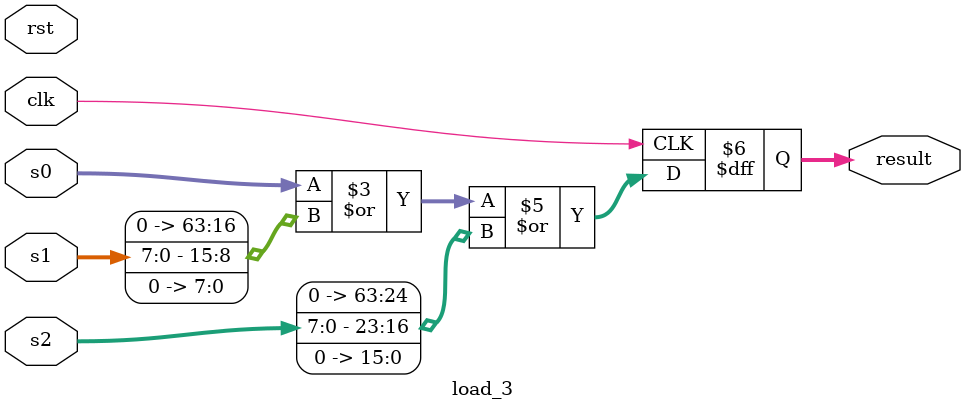
<source format=v>
module load_3 (
    clk, 
    rst,
    s0,
    s1,
    s2,
    result
    );

input clk;
input rst;
input [7:0] s0;
input [7:0] s1;
input [7:0] s2;
output [63:0] result;
wire clk;
wire rst;
wire [7:0] s0;
wire [7:0] s1;
wire [7:0] s2;
reg [63:0] result;


always @ (posedge clk)
begin
    result <= s0 | (s1 << 8) | (s2 << 16);
end

endmodule
</source>
